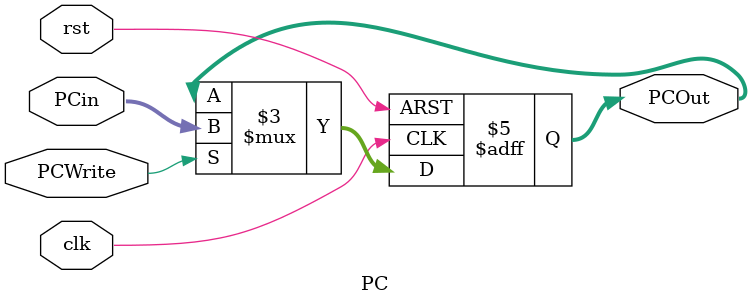
<source format=v>
module PC(clk, rst, PCin, PCWrite, PCOut);
 input clk, rst, PCWrite;
 input [31:0] PCin;
 output reg [31:0] PCOut;

 always @ (posedge clk or posedge rst)
 begin
 if (rst)
 PCOut <= 32'd0;
 else
 begin
 if (PCWrite == 1)
 PCOut <= PCin;
 end
 end

endmodule

</source>
